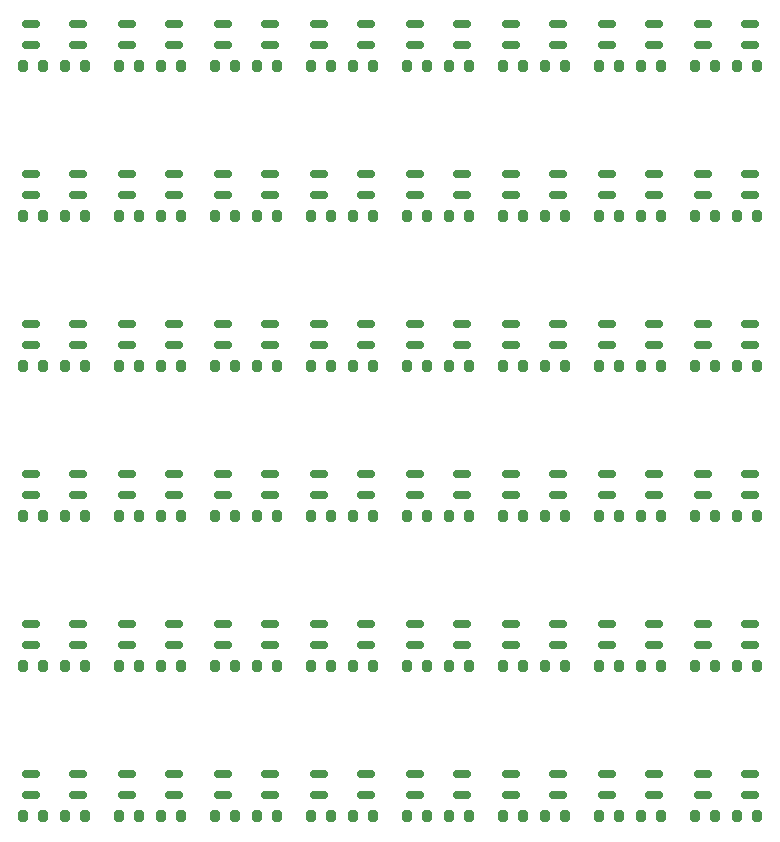
<source format=gtp>
G04 #@! TF.GenerationSoftware,KiCad,Pcbnew,8.0.2-1*
G04 #@! TF.CreationDate,2024-06-10T22:55:01+02:00*
G04 #@! TF.ProjectId,panel-eyes,70616e65-6c2d-4657-9965-732e6b696361,rev?*
G04 #@! TF.SameCoordinates,Original*
G04 #@! TF.FileFunction,Paste,Top*
G04 #@! TF.FilePolarity,Positive*
%FSLAX46Y46*%
G04 Gerber Fmt 4.6, Leading zero omitted, Abs format (unit mm)*
G04 Created by KiCad (PCBNEW 8.0.2-1) date 2024-06-10 22:55:01*
%MOMM*%
%LPD*%
G01*
G04 APERTURE LIST*
G04 Aperture macros list*
%AMRoundRect*
0 Rectangle with rounded corners*
0 $1 Rounding radius*
0 $2 $3 $4 $5 $6 $7 $8 $9 X,Y pos of 4 corners*
0 Add a 4 corners polygon primitive as box body*
4,1,4,$2,$3,$4,$5,$6,$7,$8,$9,$2,$3,0*
0 Add four circle primitives for the rounded corners*
1,1,$1+$1,$2,$3*
1,1,$1+$1,$4,$5*
1,1,$1+$1,$6,$7*
1,1,$1+$1,$8,$9*
0 Add four rect primitives between the rounded corners*
20,1,$1+$1,$2,$3,$4,$5,0*
20,1,$1+$1,$4,$5,$6,$7,0*
20,1,$1+$1,$6,$7,$8,$9,0*
20,1,$1+$1,$8,$9,$2,$3,0*%
G04 Aperture macros list end*
%ADD10RoundRect,0.175000X0.575000X-0.175000X0.575000X0.175000X-0.575000X0.175000X-0.575000X-0.175000X0*%
%ADD11RoundRect,0.200000X-0.200000X-0.275000X0.200000X-0.275000X0.200000X0.275000X-0.200000X0.275000X0*%
G04 APERTURE END LIST*
D10*
G04 #@! TO.C,U1*
X10192000Y-15154500D03*
X14192000Y-15154500D03*
X14192000Y-13354500D03*
X10192000Y-13354500D03*
G04 #@! TD*
D11*
G04 #@! TO.C,R1*
X33923000Y-55021500D03*
X35573000Y-55021500D03*
G04 #@! TD*
G04 #@! TO.C,R2*
X13095000Y-55021500D03*
X14745000Y-55021500D03*
G04 #@! TD*
D10*
G04 #@! TO.C,U1*
X10192000Y-40554500D03*
X14192000Y-40554500D03*
X14192000Y-38754500D03*
X10192000Y-38754500D03*
G04 #@! TD*
G04 #@! TO.C,U1*
X2064000Y-40554500D03*
X6064000Y-40554500D03*
X6064000Y-38754500D03*
X2064000Y-38754500D03*
G04 #@! TD*
D11*
G04 #@! TO.C,R1*
X58307000Y-42321500D03*
X59957000Y-42321500D03*
G04 #@! TD*
G04 #@! TO.C,R1*
X33923000Y-42321500D03*
X35573000Y-42321500D03*
G04 #@! TD*
G04 #@! TO.C,R2*
X29351000Y-67721500D03*
X31001000Y-67721500D03*
G04 #@! TD*
G04 #@! TO.C,R2*
X21223000Y-80421500D03*
X22873000Y-80421500D03*
G04 #@! TD*
G04 #@! TO.C,R1*
X9539000Y-67721500D03*
X11189000Y-67721500D03*
G04 #@! TD*
G04 #@! TO.C,R1*
X9539000Y-16921500D03*
X11189000Y-16921500D03*
G04 #@! TD*
D10*
G04 #@! TO.C,U1*
X18320000Y-65954500D03*
X22320000Y-65954500D03*
X22320000Y-64154500D03*
X18320000Y-64154500D03*
G04 #@! TD*
D11*
G04 #@! TO.C,R1*
X1411000Y-55021500D03*
X3061000Y-55021500D03*
G04 #@! TD*
G04 #@! TO.C,R2*
X61863000Y-80421500D03*
X63513000Y-80421500D03*
G04 #@! TD*
G04 #@! TO.C,R1*
X1411000Y-67721500D03*
X3061000Y-67721500D03*
G04 #@! TD*
D10*
G04 #@! TO.C,U1*
X34576000Y-15154500D03*
X38576000Y-15154500D03*
X38576000Y-13354500D03*
X34576000Y-13354500D03*
G04 #@! TD*
D11*
G04 #@! TO.C,R2*
X61863000Y-67721500D03*
X63513000Y-67721500D03*
G04 #@! TD*
G04 #@! TO.C,R2*
X37479000Y-42321500D03*
X39129000Y-42321500D03*
G04 #@! TD*
G04 #@! TO.C,R2*
X61863000Y-55021500D03*
X63513000Y-55021500D03*
G04 #@! TD*
D10*
G04 #@! TO.C,U1*
X2064000Y-78654500D03*
X6064000Y-78654500D03*
X6064000Y-76854500D03*
X2064000Y-76854500D03*
G04 #@! TD*
D11*
G04 #@! TO.C,R1*
X25795000Y-55021500D03*
X27445000Y-55021500D03*
G04 #@! TD*
D10*
G04 #@! TO.C,U1*
X18320000Y-15154500D03*
X22320000Y-15154500D03*
X22320000Y-13354500D03*
X18320000Y-13354500D03*
G04 #@! TD*
D11*
G04 #@! TO.C,R2*
X37479000Y-29621500D03*
X39129000Y-29621500D03*
G04 #@! TD*
G04 #@! TO.C,R2*
X45607000Y-67721500D03*
X47257000Y-67721500D03*
G04 #@! TD*
D10*
G04 #@! TO.C,U1*
X26448000Y-53254500D03*
X30448000Y-53254500D03*
X30448000Y-51454500D03*
X26448000Y-51454500D03*
G04 #@! TD*
D11*
G04 #@! TO.C,R2*
X21223000Y-29621500D03*
X22873000Y-29621500D03*
G04 #@! TD*
G04 #@! TO.C,R2*
X61863000Y-16921500D03*
X63513000Y-16921500D03*
G04 #@! TD*
G04 #@! TO.C,R1*
X58307000Y-29621500D03*
X59957000Y-29621500D03*
G04 #@! TD*
G04 #@! TO.C,R1*
X1411000Y-42321500D03*
X3061000Y-42321500D03*
G04 #@! TD*
G04 #@! TO.C,R1*
X50179000Y-55021500D03*
X51829000Y-55021500D03*
G04 #@! TD*
D10*
G04 #@! TO.C,U1*
X18320000Y-78654500D03*
X22320000Y-78654500D03*
X22320000Y-76854500D03*
X18320000Y-76854500D03*
G04 #@! TD*
D11*
G04 #@! TO.C,R2*
X29351000Y-55021500D03*
X31001000Y-55021500D03*
G04 #@! TD*
G04 #@! TO.C,R1*
X50179000Y-67721500D03*
X51829000Y-67721500D03*
G04 #@! TD*
G04 #@! TO.C,R1*
X25795000Y-80421500D03*
X27445000Y-80421500D03*
G04 #@! TD*
D10*
G04 #@! TO.C,U1*
X34576000Y-78654500D03*
X38576000Y-78654500D03*
X38576000Y-76854500D03*
X34576000Y-76854500D03*
G04 #@! TD*
D11*
G04 #@! TO.C,R2*
X4967000Y-67721500D03*
X6617000Y-67721500D03*
G04 #@! TD*
G04 #@! TO.C,R1*
X58307000Y-67721500D03*
X59957000Y-67721500D03*
G04 #@! TD*
D10*
G04 #@! TO.C,U1*
X34576000Y-27854500D03*
X38576000Y-27854500D03*
X38576000Y-26054500D03*
X34576000Y-26054500D03*
G04 #@! TD*
G04 #@! TO.C,U1*
X50832000Y-78654500D03*
X54832000Y-78654500D03*
X54832000Y-76854500D03*
X50832000Y-76854500D03*
G04 #@! TD*
G04 #@! TO.C,U1*
X50832000Y-40554500D03*
X54832000Y-40554500D03*
X54832000Y-38754500D03*
X50832000Y-38754500D03*
G04 #@! TD*
D11*
G04 #@! TO.C,R2*
X45607000Y-55021500D03*
X47257000Y-55021500D03*
G04 #@! TD*
D10*
G04 #@! TO.C,U1*
X18320000Y-27854500D03*
X22320000Y-27854500D03*
X22320000Y-26054500D03*
X18320000Y-26054500D03*
G04 #@! TD*
D11*
G04 #@! TO.C,R2*
X21223000Y-16921500D03*
X22873000Y-16921500D03*
G04 #@! TD*
G04 #@! TO.C,R1*
X33923000Y-80421500D03*
X35573000Y-80421500D03*
G04 #@! TD*
D10*
G04 #@! TO.C,U1*
X2064000Y-65954500D03*
X6064000Y-65954500D03*
X6064000Y-64154500D03*
X2064000Y-64154500D03*
G04 #@! TD*
D11*
G04 #@! TO.C,R2*
X29351000Y-16921500D03*
X31001000Y-16921500D03*
G04 #@! TD*
G04 #@! TO.C,R2*
X21223000Y-42321500D03*
X22873000Y-42321500D03*
G04 #@! TD*
G04 #@! TO.C,R1*
X50179000Y-80421500D03*
X51829000Y-80421500D03*
G04 #@! TD*
D10*
G04 #@! TO.C,U1*
X42704000Y-78654500D03*
X46704000Y-78654500D03*
X46704000Y-76854500D03*
X42704000Y-76854500D03*
G04 #@! TD*
D11*
G04 #@! TO.C,R2*
X61863000Y-29621500D03*
X63513000Y-29621500D03*
G04 #@! TD*
D10*
G04 #@! TO.C,U1*
X50832000Y-65954500D03*
X54832000Y-65954500D03*
X54832000Y-64154500D03*
X50832000Y-64154500D03*
G04 #@! TD*
D11*
G04 #@! TO.C,R2*
X53735000Y-42321500D03*
X55385000Y-42321500D03*
G04 #@! TD*
G04 #@! TO.C,R1*
X9539000Y-29621500D03*
X11189000Y-29621500D03*
G04 #@! TD*
G04 #@! TO.C,R1*
X1411000Y-29621500D03*
X3061000Y-29621500D03*
G04 #@! TD*
G04 #@! TO.C,R1*
X25795000Y-29621500D03*
X27445000Y-29621500D03*
G04 #@! TD*
D10*
G04 #@! TO.C,U1*
X10192000Y-27854500D03*
X14192000Y-27854500D03*
X14192000Y-26054500D03*
X10192000Y-26054500D03*
G04 #@! TD*
D11*
G04 #@! TO.C,R1*
X50179000Y-16921500D03*
X51829000Y-16921500D03*
G04 #@! TD*
G04 #@! TO.C,R2*
X45607000Y-29621500D03*
X47257000Y-29621500D03*
G04 #@! TD*
D10*
G04 #@! TO.C,U1*
X58960000Y-27854500D03*
X62960000Y-27854500D03*
X62960000Y-26054500D03*
X58960000Y-26054500D03*
G04 #@! TD*
D11*
G04 #@! TO.C,R2*
X13095000Y-80421500D03*
X14745000Y-80421500D03*
G04 #@! TD*
G04 #@! TO.C,R2*
X21223000Y-55021500D03*
X22873000Y-55021500D03*
G04 #@! TD*
G04 #@! TO.C,R2*
X4967000Y-80421500D03*
X6617000Y-80421500D03*
G04 #@! TD*
D10*
G04 #@! TO.C,U1*
X42704000Y-53254500D03*
X46704000Y-53254500D03*
X46704000Y-51454500D03*
X42704000Y-51454500D03*
G04 #@! TD*
D11*
G04 #@! TO.C,R1*
X42051000Y-80421500D03*
X43701000Y-80421500D03*
G04 #@! TD*
D10*
G04 #@! TO.C,U1*
X42704000Y-65954500D03*
X46704000Y-65954500D03*
X46704000Y-64154500D03*
X42704000Y-64154500D03*
G04 #@! TD*
G04 #@! TO.C,U1*
X26448000Y-78654500D03*
X30448000Y-78654500D03*
X30448000Y-76854500D03*
X26448000Y-76854500D03*
G04 #@! TD*
G04 #@! TO.C,U1*
X34576000Y-40554500D03*
X38576000Y-40554500D03*
X38576000Y-38754500D03*
X34576000Y-38754500D03*
G04 #@! TD*
D11*
G04 #@! TO.C,R1*
X42051000Y-67721500D03*
X43701000Y-67721500D03*
G04 #@! TD*
G04 #@! TO.C,R1*
X42051000Y-29621500D03*
X43701000Y-29621500D03*
G04 #@! TD*
D10*
G04 #@! TO.C,U1*
X34576000Y-53254500D03*
X38576000Y-53254500D03*
X38576000Y-51454500D03*
X34576000Y-51454500D03*
G04 #@! TD*
D11*
G04 #@! TO.C,R2*
X61863000Y-42321500D03*
X63513000Y-42321500D03*
G04 #@! TD*
G04 #@! TO.C,R2*
X37479000Y-80421500D03*
X39129000Y-80421500D03*
G04 #@! TD*
G04 #@! TO.C,R1*
X17667000Y-29621500D03*
X19317000Y-29621500D03*
G04 #@! TD*
D10*
G04 #@! TO.C,U1*
X42704000Y-27854500D03*
X46704000Y-27854500D03*
X46704000Y-26054500D03*
X42704000Y-26054500D03*
G04 #@! TD*
D11*
G04 #@! TO.C,R1*
X17667000Y-67721500D03*
X19317000Y-67721500D03*
G04 #@! TD*
D10*
G04 #@! TO.C,U1*
X58960000Y-15154500D03*
X62960000Y-15154500D03*
X62960000Y-13354500D03*
X58960000Y-13354500D03*
G04 #@! TD*
G04 #@! TO.C,U1*
X2064000Y-15154500D03*
X6064000Y-15154500D03*
X6064000Y-13354500D03*
X2064000Y-13354500D03*
G04 #@! TD*
D11*
G04 #@! TO.C,R2*
X53735000Y-67721500D03*
X55385000Y-67721500D03*
G04 #@! TD*
G04 #@! TO.C,R1*
X9539000Y-42321500D03*
X11189000Y-42321500D03*
G04 #@! TD*
G04 #@! TO.C,R1*
X33923000Y-29621500D03*
X35573000Y-29621500D03*
G04 #@! TD*
D10*
G04 #@! TO.C,U1*
X10192000Y-78654500D03*
X14192000Y-78654500D03*
X14192000Y-76854500D03*
X10192000Y-76854500D03*
G04 #@! TD*
D11*
G04 #@! TO.C,R2*
X53735000Y-80421500D03*
X55385000Y-80421500D03*
G04 #@! TD*
G04 #@! TO.C,R2*
X13095000Y-42321500D03*
X14745000Y-42321500D03*
G04 #@! TD*
G04 #@! TO.C,R2*
X29351000Y-42321500D03*
X31001000Y-42321500D03*
G04 #@! TD*
G04 #@! TO.C,R1*
X1411000Y-16921500D03*
X3061000Y-16921500D03*
G04 #@! TD*
G04 #@! TO.C,R1*
X33923000Y-67721500D03*
X35573000Y-67721500D03*
G04 #@! TD*
G04 #@! TO.C,R1*
X33923000Y-16921500D03*
X35573000Y-16921500D03*
G04 #@! TD*
G04 #@! TO.C,R1*
X42051000Y-55021500D03*
X43701000Y-55021500D03*
G04 #@! TD*
G04 #@! TO.C,R1*
X17667000Y-80421500D03*
X19317000Y-80421500D03*
G04 #@! TD*
D10*
G04 #@! TO.C,U1*
X2064000Y-27854500D03*
X6064000Y-27854500D03*
X6064000Y-26054500D03*
X2064000Y-26054500D03*
G04 #@! TD*
G04 #@! TO.C,U1*
X26448000Y-27854500D03*
X30448000Y-27854500D03*
X30448000Y-26054500D03*
X26448000Y-26054500D03*
G04 #@! TD*
D11*
G04 #@! TO.C,R2*
X4967000Y-29621500D03*
X6617000Y-29621500D03*
G04 #@! TD*
G04 #@! TO.C,R2*
X53735000Y-29621500D03*
X55385000Y-29621500D03*
G04 #@! TD*
D10*
G04 #@! TO.C,U1*
X34576000Y-65954500D03*
X38576000Y-65954500D03*
X38576000Y-64154500D03*
X34576000Y-64154500D03*
G04 #@! TD*
D11*
G04 #@! TO.C,R2*
X4967000Y-16921500D03*
X6617000Y-16921500D03*
G04 #@! TD*
G04 #@! TO.C,R2*
X4967000Y-42321500D03*
X6617000Y-42321500D03*
G04 #@! TD*
G04 #@! TO.C,R1*
X9539000Y-55021500D03*
X11189000Y-55021500D03*
G04 #@! TD*
G04 #@! TO.C,R1*
X25795000Y-42321500D03*
X27445000Y-42321500D03*
G04 #@! TD*
D10*
G04 #@! TO.C,U1*
X58960000Y-40554500D03*
X62960000Y-40554500D03*
X62960000Y-38754500D03*
X58960000Y-38754500D03*
G04 #@! TD*
D11*
G04 #@! TO.C,R1*
X58307000Y-80421500D03*
X59957000Y-80421500D03*
G04 #@! TD*
G04 #@! TO.C,R1*
X17667000Y-16921500D03*
X19317000Y-16921500D03*
G04 #@! TD*
G04 #@! TO.C,R1*
X25795000Y-67721500D03*
X27445000Y-67721500D03*
G04 #@! TD*
D10*
G04 #@! TO.C,U1*
X50832000Y-53254500D03*
X54832000Y-53254500D03*
X54832000Y-51454500D03*
X50832000Y-51454500D03*
G04 #@! TD*
G04 #@! TO.C,U1*
X2064000Y-53254500D03*
X6064000Y-53254500D03*
X6064000Y-51454500D03*
X2064000Y-51454500D03*
G04 #@! TD*
G04 #@! TO.C,U1*
X10192000Y-53254500D03*
X14192000Y-53254500D03*
X14192000Y-51454500D03*
X10192000Y-51454500D03*
G04 #@! TD*
D11*
G04 #@! TO.C,R2*
X53735000Y-55021500D03*
X55385000Y-55021500D03*
G04 #@! TD*
G04 #@! TO.C,R2*
X53735000Y-16921500D03*
X55385000Y-16921500D03*
G04 #@! TD*
G04 #@! TO.C,R2*
X29351000Y-29621500D03*
X31001000Y-29621500D03*
G04 #@! TD*
G04 #@! TO.C,R1*
X58307000Y-55021500D03*
X59957000Y-55021500D03*
G04 #@! TD*
G04 #@! TO.C,R1*
X42051000Y-16921500D03*
X43701000Y-16921500D03*
G04 #@! TD*
D10*
G04 #@! TO.C,U1*
X50832000Y-15154500D03*
X54832000Y-15154500D03*
X54832000Y-13354500D03*
X50832000Y-13354500D03*
G04 #@! TD*
D11*
G04 #@! TO.C,R1*
X17667000Y-55021500D03*
X19317000Y-55021500D03*
G04 #@! TD*
G04 #@! TO.C,R1*
X17667000Y-42321500D03*
X19317000Y-42321500D03*
G04 #@! TD*
G04 #@! TO.C,R2*
X37479000Y-55021500D03*
X39129000Y-55021500D03*
G04 #@! TD*
G04 #@! TO.C,R2*
X37479000Y-16921500D03*
X39129000Y-16921500D03*
G04 #@! TD*
D10*
G04 #@! TO.C,U1*
X26448000Y-65954500D03*
X30448000Y-65954500D03*
X30448000Y-64154500D03*
X26448000Y-64154500D03*
G04 #@! TD*
G04 #@! TO.C,U1*
X58960000Y-53254500D03*
X62960000Y-53254500D03*
X62960000Y-51454500D03*
X58960000Y-51454500D03*
G04 #@! TD*
G04 #@! TO.C,U1*
X18320000Y-40554500D03*
X22320000Y-40554500D03*
X22320000Y-38754500D03*
X18320000Y-38754500D03*
G04 #@! TD*
D11*
G04 #@! TO.C,R1*
X50179000Y-42321500D03*
X51829000Y-42321500D03*
G04 #@! TD*
G04 #@! TO.C,R1*
X58307000Y-16921500D03*
X59957000Y-16921500D03*
G04 #@! TD*
D10*
G04 #@! TO.C,U1*
X26448000Y-15154500D03*
X30448000Y-15154500D03*
X30448000Y-13354500D03*
X26448000Y-13354500D03*
G04 #@! TD*
G04 #@! TO.C,U1*
X58960000Y-65954500D03*
X62960000Y-65954500D03*
X62960000Y-64154500D03*
X58960000Y-64154500D03*
G04 #@! TD*
D11*
G04 #@! TO.C,R2*
X45607000Y-80421500D03*
X47257000Y-80421500D03*
G04 #@! TD*
G04 #@! TO.C,R2*
X13095000Y-29621500D03*
X14745000Y-29621500D03*
G04 #@! TD*
G04 #@! TO.C,R2*
X29351000Y-80421500D03*
X31001000Y-80421500D03*
G04 #@! TD*
G04 #@! TO.C,R1*
X9539000Y-80421500D03*
X11189000Y-80421500D03*
G04 #@! TD*
G04 #@! TO.C,R2*
X13095000Y-67721500D03*
X14745000Y-67721500D03*
G04 #@! TD*
G04 #@! TO.C,R2*
X4967000Y-55021500D03*
X6617000Y-55021500D03*
G04 #@! TD*
G04 #@! TO.C,R2*
X13095000Y-16921500D03*
X14745000Y-16921500D03*
G04 #@! TD*
D10*
G04 #@! TO.C,U1*
X50832000Y-27854500D03*
X54832000Y-27854500D03*
X54832000Y-26054500D03*
X50832000Y-26054500D03*
G04 #@! TD*
D11*
G04 #@! TO.C,R2*
X45607000Y-42321500D03*
X47257000Y-42321500D03*
G04 #@! TD*
D10*
G04 #@! TO.C,U1*
X10192000Y-65954500D03*
X14192000Y-65954500D03*
X14192000Y-64154500D03*
X10192000Y-64154500D03*
G04 #@! TD*
G04 #@! TO.C,U1*
X18320000Y-53254500D03*
X22320000Y-53254500D03*
X22320000Y-51454500D03*
X18320000Y-51454500D03*
G04 #@! TD*
D11*
G04 #@! TO.C,R1*
X50179000Y-29621500D03*
X51829000Y-29621500D03*
G04 #@! TD*
G04 #@! TO.C,R1*
X42051000Y-42321500D03*
X43701000Y-42321500D03*
G04 #@! TD*
G04 #@! TO.C,R1*
X1411000Y-80421500D03*
X3061000Y-80421500D03*
G04 #@! TD*
D10*
G04 #@! TO.C,U1*
X42704000Y-15154500D03*
X46704000Y-15154500D03*
X46704000Y-13354500D03*
X42704000Y-13354500D03*
G04 #@! TD*
D11*
G04 #@! TO.C,R2*
X37479000Y-67721500D03*
X39129000Y-67721500D03*
G04 #@! TD*
D10*
G04 #@! TO.C,U1*
X58960000Y-78654500D03*
X62960000Y-78654500D03*
X62960000Y-76854500D03*
X58960000Y-76854500D03*
G04 #@! TD*
D11*
G04 #@! TO.C,R2*
X45607000Y-16921500D03*
X47257000Y-16921500D03*
G04 #@! TD*
D10*
G04 #@! TO.C,U1*
X26448000Y-40554500D03*
X30448000Y-40554500D03*
X30448000Y-38754500D03*
X26448000Y-38754500D03*
G04 #@! TD*
D11*
G04 #@! TO.C,R1*
X25795000Y-16921500D03*
X27445000Y-16921500D03*
G04 #@! TD*
G04 #@! TO.C,R2*
X21223000Y-67721500D03*
X22873000Y-67721500D03*
G04 #@! TD*
D10*
G04 #@! TO.C,U1*
X42704000Y-40554500D03*
X46704000Y-40554500D03*
X46704000Y-38754500D03*
X42704000Y-38754500D03*
G04 #@! TD*
M02*

</source>
